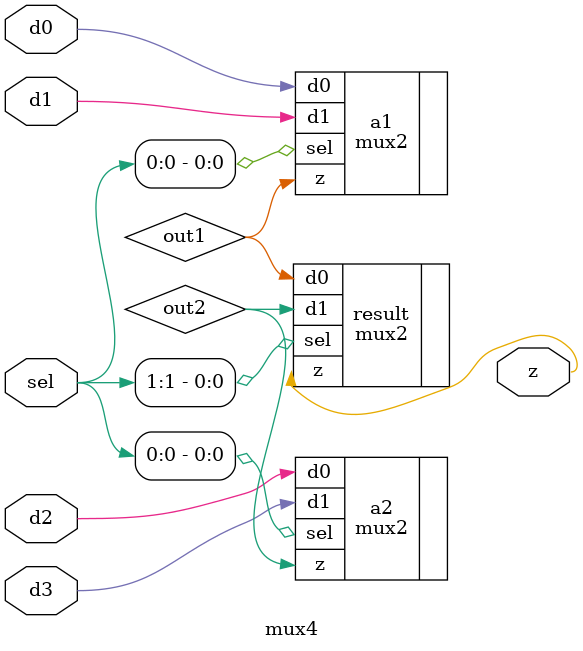
<source format=sv>
module mux4 (
    input logic d0,          // Data input 0
    input logic d1,          // Data input 1
    input logic d2,          // Data input 2
    input logic d3,          // Data input 3
    input logic [1:0] sel,   // Select input
    output logic z           // Output
);

// Put your code here
// ------------------
	logic 		out1, out2;
	mux2 a1( .d0(d0), .d1(d1), .sel(sel[0]), .z(out1));
	
	mux2 a2( .d0(d2), .d1(d3), .sel(sel[0]), .z(out2));
	
	mux2 result( .d0(out1), .d1(out2), .sel(sel[1]), .z(z));
// End of your code

endmodule

</source>
